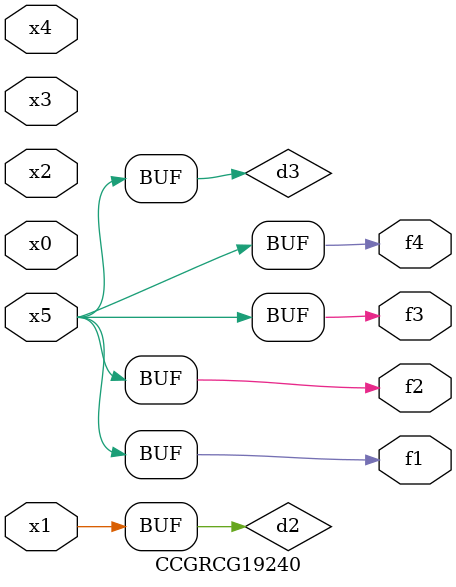
<source format=v>
module CCGRCG19240(
	input x0, x1, x2, x3, x4, x5,
	output f1, f2, f3, f4
);

	wire d1, d2, d3;

	not (d1, x5);
	or (d2, x1);
	xnor (d3, d1);
	assign f1 = d3;
	assign f2 = d3;
	assign f3 = d3;
	assign f4 = d3;
endmodule

</source>
